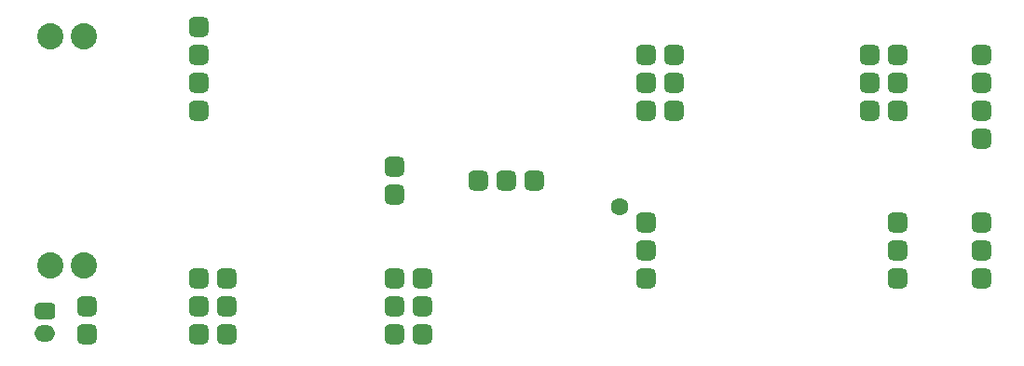
<source format=gbr>
%TF.GenerationSoftware,KiCad,Pcbnew,5.1.6*%
%TF.CreationDate,2020-06-13T14:07:02-07:00*%
%TF.ProjectId,pcb-lab-1,7063622d-6c61-4622-9d31-2e6b69636164,rev?*%
%TF.SameCoordinates,Original*%
%TF.FileFunction,Soldermask,Bot*%
%TF.FilePolarity,Negative*%
%FSLAX46Y46*%
G04 Gerber Fmt 4.6, Leading zero omitted, Abs format (unit mm)*
G04 Created by KiCad (PCBNEW 5.1.6) date 2020-06-13 14:07:02*
%MOMM*%
%LPD*%
G01*
G04 APERTURE LIST*
%ADD10C,2.387600*%
%ADD11C,1.601600*%
%ADD12O,1.879600X1.498600*%
G04 APERTURE END LIST*
D10*
%TO.C,BT1*%
X114024000Y-74500000D03*
X110976000Y-74500000D03*
X114024000Y-95328000D03*
X110976000Y-95328000D03*
%TD*%
%TO.C,J1*%
G36*
G01*
X115200800Y-98609600D02*
X115200800Y-99510400D01*
G75*
G02*
X114750400Y-99960800I-450400J0D01*
G01*
X113849600Y-99960800D01*
G75*
G02*
X113399200Y-99510400I0J450400D01*
G01*
X113399200Y-98609600D01*
G75*
G02*
X113849600Y-98159200I450400J0D01*
G01*
X114750400Y-98159200D01*
G75*
G02*
X115200800Y-98609600I0J-450400D01*
G01*
G37*
G36*
G01*
X115200800Y-101149600D02*
X115200800Y-102050400D01*
G75*
G02*
X114750400Y-102500800I-450400J0D01*
G01*
X113849600Y-102500800D01*
G75*
G02*
X113399200Y-102050400I0J450400D01*
G01*
X113399200Y-101149600D01*
G75*
G02*
X113849600Y-100699200I450400J0D01*
G01*
X114750400Y-100699200D01*
G75*
G02*
X115200800Y-101149600I0J-450400D01*
G01*
G37*
%TD*%
D11*
%TO.C,J2*%
X162700000Y-90000000D03*
%TD*%
%TO.C,J18*%
G36*
G01*
X196480800Y-75749600D02*
X196480800Y-76650400D01*
G75*
G02*
X196030400Y-77100800I-450400J0D01*
G01*
X195129600Y-77100800D01*
G75*
G02*
X194679200Y-76650400I0J450400D01*
G01*
X194679200Y-75749600D01*
G75*
G02*
X195129600Y-75299200I450400J0D01*
G01*
X196030400Y-75299200D01*
G75*
G02*
X196480800Y-75749600I0J-450400D01*
G01*
G37*
G36*
G01*
X196480800Y-78289600D02*
X196480800Y-79190400D01*
G75*
G02*
X196030400Y-79640800I-450400J0D01*
G01*
X195129600Y-79640800D01*
G75*
G02*
X194679200Y-79190400I0J450400D01*
G01*
X194679200Y-78289600D01*
G75*
G02*
X195129600Y-77839200I450400J0D01*
G01*
X196030400Y-77839200D01*
G75*
G02*
X196480800Y-78289600I0J-450400D01*
G01*
G37*
G36*
G01*
X196480800Y-80829600D02*
X196480800Y-81730400D01*
G75*
G02*
X196030400Y-82180800I-450400J0D01*
G01*
X195129600Y-82180800D01*
G75*
G02*
X194679200Y-81730400I0J450400D01*
G01*
X194679200Y-80829600D01*
G75*
G02*
X195129600Y-80379200I450400J0D01*
G01*
X196030400Y-80379200D01*
G75*
G02*
X196480800Y-80829600I0J-450400D01*
G01*
G37*
G36*
G01*
X196480800Y-83369600D02*
X196480800Y-84270400D01*
G75*
G02*
X196030400Y-84720800I-450400J0D01*
G01*
X195129600Y-84720800D01*
G75*
G02*
X194679200Y-84270400I0J450400D01*
G01*
X194679200Y-83369600D01*
G75*
G02*
X195129600Y-82919200I450400J0D01*
G01*
X196030400Y-82919200D01*
G75*
G02*
X196480800Y-83369600I0J-450400D01*
G01*
G37*
%TD*%
%TO.C,J20*%
G36*
G01*
X196480800Y-90989600D02*
X196480800Y-91890400D01*
G75*
G02*
X196030400Y-92340800I-450400J0D01*
G01*
X195129600Y-92340800D01*
G75*
G02*
X194679200Y-91890400I0J450400D01*
G01*
X194679200Y-90989600D01*
G75*
G02*
X195129600Y-90539200I450400J0D01*
G01*
X196030400Y-90539200D01*
G75*
G02*
X196480800Y-90989600I0J-450400D01*
G01*
G37*
G36*
G01*
X196480800Y-93529600D02*
X196480800Y-94430400D01*
G75*
G02*
X196030400Y-94880800I-450400J0D01*
G01*
X195129600Y-94880800D01*
G75*
G02*
X194679200Y-94430400I0J450400D01*
G01*
X194679200Y-93529600D01*
G75*
G02*
X195129600Y-93079200I450400J0D01*
G01*
X196030400Y-93079200D01*
G75*
G02*
X196480800Y-93529600I0J-450400D01*
G01*
G37*
G36*
G01*
X196480800Y-96069600D02*
X196480800Y-96970400D01*
G75*
G02*
X196030400Y-97420800I-450400J0D01*
G01*
X195129600Y-97420800D01*
G75*
G02*
X194679200Y-96970400I0J450400D01*
G01*
X194679200Y-96069600D01*
G75*
G02*
X195129600Y-95619200I450400J0D01*
G01*
X196030400Y-95619200D01*
G75*
G02*
X196480800Y-96069600I0J-450400D01*
G01*
G37*
%TD*%
%TO.C,JD1*%
G36*
G01*
X125360800Y-80829600D02*
X125360800Y-81730400D01*
G75*
G02*
X124910400Y-82180800I-450400J0D01*
G01*
X124009600Y-82180800D01*
G75*
G02*
X123559200Y-81730400I0J450400D01*
G01*
X123559200Y-80829600D01*
G75*
G02*
X124009600Y-80379200I450400J0D01*
G01*
X124910400Y-80379200D01*
G75*
G02*
X125360800Y-80829600I0J-450400D01*
G01*
G37*
G36*
G01*
X125360800Y-78289600D02*
X125360800Y-79190400D01*
G75*
G02*
X124910400Y-79640800I-450400J0D01*
G01*
X124009600Y-79640800D01*
G75*
G02*
X123559200Y-79190400I0J450400D01*
G01*
X123559200Y-78289600D01*
G75*
G02*
X124009600Y-77839200I450400J0D01*
G01*
X124910400Y-77839200D01*
G75*
G02*
X125360800Y-78289600I0J-450400D01*
G01*
G37*
G36*
G01*
X125360800Y-75749600D02*
X125360800Y-76650400D01*
G75*
G02*
X124910400Y-77100800I-450400J0D01*
G01*
X124009600Y-77100800D01*
G75*
G02*
X123559200Y-76650400I0J450400D01*
G01*
X123559200Y-75749600D01*
G75*
G02*
X124009600Y-75299200I450400J0D01*
G01*
X124910400Y-75299200D01*
G75*
G02*
X125360800Y-75749600I0J-450400D01*
G01*
G37*
G36*
G01*
X125360800Y-73209600D02*
X125360800Y-74110400D01*
G75*
G02*
X124910400Y-74560800I-450400J0D01*
G01*
X124009600Y-74560800D01*
G75*
G02*
X123559200Y-74110400I0J450400D01*
G01*
X123559200Y-73209600D01*
G75*
G02*
X124009600Y-72759200I450400J0D01*
G01*
X124910400Y-72759200D01*
G75*
G02*
X125360800Y-73209600I0J-450400D01*
G01*
G37*
%TD*%
%TO.C,JP20*%
G36*
G01*
X166000800Y-90989600D02*
X166000800Y-91890400D01*
G75*
G02*
X165550400Y-92340800I-450400J0D01*
G01*
X164649600Y-92340800D01*
G75*
G02*
X164199200Y-91890400I0J450400D01*
G01*
X164199200Y-90989600D01*
G75*
G02*
X164649600Y-90539200I450400J0D01*
G01*
X165550400Y-90539200D01*
G75*
G02*
X166000800Y-90989600I0J-450400D01*
G01*
G37*
G36*
G01*
X166000800Y-93529600D02*
X166000800Y-94430400D01*
G75*
G02*
X165550400Y-94880800I-450400J0D01*
G01*
X164649600Y-94880800D01*
G75*
G02*
X164199200Y-94430400I0J450400D01*
G01*
X164199200Y-93529600D01*
G75*
G02*
X164649600Y-93079200I450400J0D01*
G01*
X165550400Y-93079200D01*
G75*
G02*
X166000800Y-93529600I0J-450400D01*
G01*
G37*
G36*
G01*
X166000800Y-96069600D02*
X166000800Y-96970400D01*
G75*
G02*
X165550400Y-97420800I-450400J0D01*
G01*
X164649600Y-97420800D01*
G75*
G02*
X164199200Y-96970400I0J450400D01*
G01*
X164199200Y-96069600D01*
G75*
G02*
X164649600Y-95619200I450400J0D01*
G01*
X165550400Y-95619200D01*
G75*
G02*
X166000800Y-96069600I0J-450400D01*
G01*
G37*
%TD*%
%TO.C,JP21*%
G36*
G01*
X188860800Y-90989600D02*
X188860800Y-91890400D01*
G75*
G02*
X188410400Y-92340800I-450400J0D01*
G01*
X187509600Y-92340800D01*
G75*
G02*
X187059200Y-91890400I0J450400D01*
G01*
X187059200Y-90989600D01*
G75*
G02*
X187509600Y-90539200I450400J0D01*
G01*
X188410400Y-90539200D01*
G75*
G02*
X188860800Y-90989600I0J-450400D01*
G01*
G37*
G36*
G01*
X188860800Y-93529600D02*
X188860800Y-94430400D01*
G75*
G02*
X188410400Y-94880800I-450400J0D01*
G01*
X187509600Y-94880800D01*
G75*
G02*
X187059200Y-94430400I0J450400D01*
G01*
X187059200Y-93529600D01*
G75*
G02*
X187509600Y-93079200I450400J0D01*
G01*
X188410400Y-93079200D01*
G75*
G02*
X188860800Y-93529600I0J-450400D01*
G01*
G37*
G36*
G01*
X188860800Y-96069600D02*
X188860800Y-96970400D01*
G75*
G02*
X188410400Y-97420800I-450400J0D01*
G01*
X187509600Y-97420800D01*
G75*
G02*
X187059200Y-96970400I0J450400D01*
G01*
X187059200Y-96069600D01*
G75*
G02*
X187509600Y-95619200I450400J0D01*
G01*
X188410400Y-95619200D01*
G75*
G02*
X188860800Y-96069600I0J-450400D01*
G01*
G37*
%TD*%
%TO.C,JP30*%
G36*
G01*
X143140800Y-96069600D02*
X143140800Y-96970400D01*
G75*
G02*
X142690400Y-97420800I-450400J0D01*
G01*
X141789600Y-97420800D01*
G75*
G02*
X141339200Y-96970400I0J450400D01*
G01*
X141339200Y-96069600D01*
G75*
G02*
X141789600Y-95619200I450400J0D01*
G01*
X142690400Y-95619200D01*
G75*
G02*
X143140800Y-96069600I0J-450400D01*
G01*
G37*
G36*
G01*
X143140800Y-98609600D02*
X143140800Y-99510400D01*
G75*
G02*
X142690400Y-99960800I-450400J0D01*
G01*
X141789600Y-99960800D01*
G75*
G02*
X141339200Y-99510400I0J450400D01*
G01*
X141339200Y-98609600D01*
G75*
G02*
X141789600Y-98159200I450400J0D01*
G01*
X142690400Y-98159200D01*
G75*
G02*
X143140800Y-98609600I0J-450400D01*
G01*
G37*
G36*
G01*
X143140800Y-101149600D02*
X143140800Y-102050400D01*
G75*
G02*
X142690400Y-102500800I-450400J0D01*
G01*
X141789600Y-102500800D01*
G75*
G02*
X141339200Y-102050400I0J450400D01*
G01*
X141339200Y-101149600D01*
G75*
G02*
X141789600Y-100699200I450400J0D01*
G01*
X142690400Y-100699200D01*
G75*
G02*
X143140800Y-101149600I0J-450400D01*
G01*
G37*
%TD*%
%TO.C,JP31*%
G36*
G01*
X145680800Y-101149600D02*
X145680800Y-102050400D01*
G75*
G02*
X145230400Y-102500800I-450400J0D01*
G01*
X144329600Y-102500800D01*
G75*
G02*
X143879200Y-102050400I0J450400D01*
G01*
X143879200Y-101149600D01*
G75*
G02*
X144329600Y-100699200I450400J0D01*
G01*
X145230400Y-100699200D01*
G75*
G02*
X145680800Y-101149600I0J-450400D01*
G01*
G37*
G36*
G01*
X145680800Y-98609600D02*
X145680800Y-99510400D01*
G75*
G02*
X145230400Y-99960800I-450400J0D01*
G01*
X144329600Y-99960800D01*
G75*
G02*
X143879200Y-99510400I0J450400D01*
G01*
X143879200Y-98609600D01*
G75*
G02*
X144329600Y-98159200I450400J0D01*
G01*
X145230400Y-98159200D01*
G75*
G02*
X145680800Y-98609600I0J-450400D01*
G01*
G37*
G36*
G01*
X145680800Y-96069600D02*
X145680800Y-96970400D01*
G75*
G02*
X145230400Y-97420800I-450400J0D01*
G01*
X144329600Y-97420800D01*
G75*
G02*
X143879200Y-96970400I0J450400D01*
G01*
X143879200Y-96069600D01*
G75*
G02*
X144329600Y-95619200I450400J0D01*
G01*
X145230400Y-95619200D01*
G75*
G02*
X145680800Y-96069600I0J-450400D01*
G01*
G37*
%TD*%
%TO.C,JP32*%
G36*
G01*
X127900800Y-101149600D02*
X127900800Y-102050400D01*
G75*
G02*
X127450400Y-102500800I-450400J0D01*
G01*
X126549600Y-102500800D01*
G75*
G02*
X126099200Y-102050400I0J450400D01*
G01*
X126099200Y-101149600D01*
G75*
G02*
X126549600Y-100699200I450400J0D01*
G01*
X127450400Y-100699200D01*
G75*
G02*
X127900800Y-101149600I0J-450400D01*
G01*
G37*
G36*
G01*
X127900800Y-98609600D02*
X127900800Y-99510400D01*
G75*
G02*
X127450400Y-99960800I-450400J0D01*
G01*
X126549600Y-99960800D01*
G75*
G02*
X126099200Y-99510400I0J450400D01*
G01*
X126099200Y-98609600D01*
G75*
G02*
X126549600Y-98159200I450400J0D01*
G01*
X127450400Y-98159200D01*
G75*
G02*
X127900800Y-98609600I0J-450400D01*
G01*
G37*
G36*
G01*
X127900800Y-96069600D02*
X127900800Y-96970400D01*
G75*
G02*
X127450400Y-97420800I-450400J0D01*
G01*
X126549600Y-97420800D01*
G75*
G02*
X126099200Y-96970400I0J450400D01*
G01*
X126099200Y-96069600D01*
G75*
G02*
X126549600Y-95619200I450400J0D01*
G01*
X127450400Y-95619200D01*
G75*
G02*
X127900800Y-96069600I0J-450400D01*
G01*
G37*
%TD*%
%TO.C,JP33*%
G36*
G01*
X125360800Y-101149600D02*
X125360800Y-102050400D01*
G75*
G02*
X124910400Y-102500800I-450400J0D01*
G01*
X124009600Y-102500800D01*
G75*
G02*
X123559200Y-102050400I0J450400D01*
G01*
X123559200Y-101149600D01*
G75*
G02*
X124009600Y-100699200I450400J0D01*
G01*
X124910400Y-100699200D01*
G75*
G02*
X125360800Y-101149600I0J-450400D01*
G01*
G37*
G36*
G01*
X125360800Y-98609600D02*
X125360800Y-99510400D01*
G75*
G02*
X124910400Y-99960800I-450400J0D01*
G01*
X124009600Y-99960800D01*
G75*
G02*
X123559200Y-99510400I0J450400D01*
G01*
X123559200Y-98609600D01*
G75*
G02*
X124009600Y-98159200I450400J0D01*
G01*
X124910400Y-98159200D01*
G75*
G02*
X125360800Y-98609600I0J-450400D01*
G01*
G37*
G36*
G01*
X125360800Y-96069600D02*
X125360800Y-96970400D01*
G75*
G02*
X124910400Y-97420800I-450400J0D01*
G01*
X124009600Y-97420800D01*
G75*
G02*
X123559200Y-96970400I0J450400D01*
G01*
X123559200Y-96069600D01*
G75*
G02*
X124009600Y-95619200I450400J0D01*
G01*
X124910400Y-95619200D01*
G75*
G02*
X125360800Y-96069600I0J-450400D01*
G01*
G37*
%TD*%
D12*
%TO.C,JST_PH_BAT1*%
X110500000Y-101500000D03*
G36*
G01*
X109934850Y-98750700D02*
X111065150Y-98750700D01*
G75*
G02*
X111439800Y-99125350I0J-374650D01*
G01*
X111439800Y-99874650D01*
G75*
G02*
X111065150Y-100249300I-374650J0D01*
G01*
X109934850Y-100249300D01*
G75*
G02*
X109560200Y-99874650I0J374650D01*
G01*
X109560200Y-99125350D01*
G75*
G02*
X109934850Y-98750700I374650J0D01*
G01*
G37*
%TD*%
%TO.C,J10*%
G36*
G01*
X168540800Y-75749600D02*
X168540800Y-76650400D01*
G75*
G02*
X168090400Y-77100800I-450400J0D01*
G01*
X167189600Y-77100800D01*
G75*
G02*
X166739200Y-76650400I0J450400D01*
G01*
X166739200Y-75749600D01*
G75*
G02*
X167189600Y-75299200I450400J0D01*
G01*
X168090400Y-75299200D01*
G75*
G02*
X168540800Y-75749600I0J-450400D01*
G01*
G37*
G36*
G01*
X168540800Y-78289600D02*
X168540800Y-79190400D01*
G75*
G02*
X168090400Y-79640800I-450400J0D01*
G01*
X167189600Y-79640800D01*
G75*
G02*
X166739200Y-79190400I0J450400D01*
G01*
X166739200Y-78289600D01*
G75*
G02*
X167189600Y-77839200I450400J0D01*
G01*
X168090400Y-77839200D01*
G75*
G02*
X168540800Y-78289600I0J-450400D01*
G01*
G37*
G36*
G01*
X168540800Y-80829600D02*
X168540800Y-81730400D01*
G75*
G02*
X168090400Y-82180800I-450400J0D01*
G01*
X167189600Y-82180800D01*
G75*
G02*
X166739200Y-81730400I0J450400D01*
G01*
X166739200Y-80829600D01*
G75*
G02*
X167189600Y-80379200I450400J0D01*
G01*
X168090400Y-80379200D01*
G75*
G02*
X168540800Y-80829600I0J-450400D01*
G01*
G37*
%TD*%
%TO.C,J11*%
G36*
G01*
X166000800Y-80829600D02*
X166000800Y-81730400D01*
G75*
G02*
X165550400Y-82180800I-450400J0D01*
G01*
X164649600Y-82180800D01*
G75*
G02*
X164199200Y-81730400I0J450400D01*
G01*
X164199200Y-80829600D01*
G75*
G02*
X164649600Y-80379200I450400J0D01*
G01*
X165550400Y-80379200D01*
G75*
G02*
X166000800Y-80829600I0J-450400D01*
G01*
G37*
G36*
G01*
X166000800Y-78289600D02*
X166000800Y-79190400D01*
G75*
G02*
X165550400Y-79640800I-450400J0D01*
G01*
X164649600Y-79640800D01*
G75*
G02*
X164199200Y-79190400I0J450400D01*
G01*
X164199200Y-78289600D01*
G75*
G02*
X164649600Y-77839200I450400J0D01*
G01*
X165550400Y-77839200D01*
G75*
G02*
X166000800Y-78289600I0J-450400D01*
G01*
G37*
G36*
G01*
X166000800Y-75749600D02*
X166000800Y-76650400D01*
G75*
G02*
X165550400Y-77100800I-450400J0D01*
G01*
X164649600Y-77100800D01*
G75*
G02*
X164199200Y-76650400I0J450400D01*
G01*
X164199200Y-75749600D01*
G75*
G02*
X164649600Y-75299200I450400J0D01*
G01*
X165550400Y-75299200D01*
G75*
G02*
X166000800Y-75749600I0J-450400D01*
G01*
G37*
%TD*%
%TO.C,J14*%
G36*
G01*
X188860800Y-75749600D02*
X188860800Y-76650400D01*
G75*
G02*
X188410400Y-77100800I-450400J0D01*
G01*
X187509600Y-77100800D01*
G75*
G02*
X187059200Y-76650400I0J450400D01*
G01*
X187059200Y-75749600D01*
G75*
G02*
X187509600Y-75299200I450400J0D01*
G01*
X188410400Y-75299200D01*
G75*
G02*
X188860800Y-75749600I0J-450400D01*
G01*
G37*
G36*
G01*
X188860800Y-78289600D02*
X188860800Y-79190400D01*
G75*
G02*
X188410400Y-79640800I-450400J0D01*
G01*
X187509600Y-79640800D01*
G75*
G02*
X187059200Y-79190400I0J450400D01*
G01*
X187059200Y-78289600D01*
G75*
G02*
X187509600Y-77839200I450400J0D01*
G01*
X188410400Y-77839200D01*
G75*
G02*
X188860800Y-78289600I0J-450400D01*
G01*
G37*
G36*
G01*
X188860800Y-80829600D02*
X188860800Y-81730400D01*
G75*
G02*
X188410400Y-82180800I-450400J0D01*
G01*
X187509600Y-82180800D01*
G75*
G02*
X187059200Y-81730400I0J450400D01*
G01*
X187059200Y-80829600D01*
G75*
G02*
X187509600Y-80379200I450400J0D01*
G01*
X188410400Y-80379200D01*
G75*
G02*
X188860800Y-80829600I0J-450400D01*
G01*
G37*
%TD*%
%TO.C,J15*%
G36*
G01*
X186320800Y-80829600D02*
X186320800Y-81730400D01*
G75*
G02*
X185870400Y-82180800I-450400J0D01*
G01*
X184969600Y-82180800D01*
G75*
G02*
X184519200Y-81730400I0J450400D01*
G01*
X184519200Y-80829600D01*
G75*
G02*
X184969600Y-80379200I450400J0D01*
G01*
X185870400Y-80379200D01*
G75*
G02*
X186320800Y-80829600I0J-450400D01*
G01*
G37*
G36*
G01*
X186320800Y-78289600D02*
X186320800Y-79190400D01*
G75*
G02*
X185870400Y-79640800I-450400J0D01*
G01*
X184969600Y-79640800D01*
G75*
G02*
X184519200Y-79190400I0J450400D01*
G01*
X184519200Y-78289600D01*
G75*
G02*
X184969600Y-77839200I450400J0D01*
G01*
X185870400Y-77839200D01*
G75*
G02*
X186320800Y-78289600I0J-450400D01*
G01*
G37*
G36*
G01*
X186320800Y-75749600D02*
X186320800Y-76650400D01*
G75*
G02*
X185870400Y-77100800I-450400J0D01*
G01*
X184969600Y-77100800D01*
G75*
G02*
X184519200Y-76650400I0J450400D01*
G01*
X184519200Y-75749600D01*
G75*
G02*
X184969600Y-75299200I450400J0D01*
G01*
X185870400Y-75299200D01*
G75*
G02*
X186320800Y-75749600I0J-450400D01*
G01*
G37*
%TD*%
%TO.C,JP1*%
G36*
G01*
X143140800Y-85909600D02*
X143140800Y-86810400D01*
G75*
G02*
X142690400Y-87260800I-450400J0D01*
G01*
X141789600Y-87260800D01*
G75*
G02*
X141339200Y-86810400I0J450400D01*
G01*
X141339200Y-85909600D01*
G75*
G02*
X141789600Y-85459200I450400J0D01*
G01*
X142690400Y-85459200D01*
G75*
G02*
X143140800Y-85909600I0J-450400D01*
G01*
G37*
G36*
G01*
X143140800Y-88449600D02*
X143140800Y-89350400D01*
G75*
G02*
X142690400Y-89800800I-450400J0D01*
G01*
X141789600Y-89800800D01*
G75*
G02*
X141339200Y-89350400I0J450400D01*
G01*
X141339200Y-88449600D01*
G75*
G02*
X141789600Y-87999200I450400J0D01*
G01*
X142690400Y-87999200D01*
G75*
G02*
X143140800Y-88449600I0J-450400D01*
G01*
G37*
%TD*%
%TO.C,JP2*%
G36*
G01*
X155390400Y-88530800D02*
X154489600Y-88530800D01*
G75*
G02*
X154039200Y-88080400I0J450400D01*
G01*
X154039200Y-87179600D01*
G75*
G02*
X154489600Y-86729200I450400J0D01*
G01*
X155390400Y-86729200D01*
G75*
G02*
X155840800Y-87179600I0J-450400D01*
G01*
X155840800Y-88080400D01*
G75*
G02*
X155390400Y-88530800I-450400J0D01*
G01*
G37*
G36*
G01*
X152850400Y-88530800D02*
X151949600Y-88530800D01*
G75*
G02*
X151499200Y-88080400I0J450400D01*
G01*
X151499200Y-87179600D01*
G75*
G02*
X151949600Y-86729200I450400J0D01*
G01*
X152850400Y-86729200D01*
G75*
G02*
X153300800Y-87179600I0J-450400D01*
G01*
X153300800Y-88080400D01*
G75*
G02*
X152850400Y-88530800I-450400J0D01*
G01*
G37*
G36*
G01*
X150310400Y-88530800D02*
X149409600Y-88530800D01*
G75*
G02*
X148959200Y-88080400I0J450400D01*
G01*
X148959200Y-87179600D01*
G75*
G02*
X149409600Y-86729200I450400J0D01*
G01*
X150310400Y-86729200D01*
G75*
G02*
X150760800Y-87179600I0J-450400D01*
G01*
X150760800Y-88080400D01*
G75*
G02*
X150310400Y-88530800I-450400J0D01*
G01*
G37*
%TD*%
M02*

</source>
